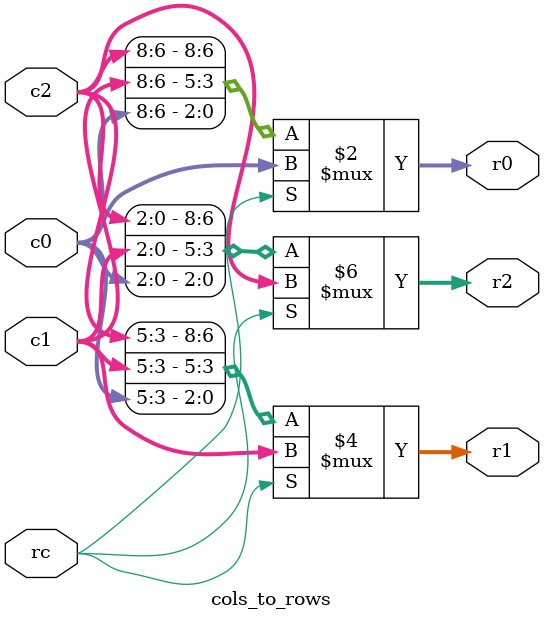
<source format=v>
module extract (input rc, input [26:0] grid, output reg [8:0] t0, output reg [8:0] t1, output reg [8:0] t2);
    always @(*) begin
        if (rc) begin
            t0 = grid[8:0];
            t1 = grid[17:9];
            t2 = grid[26:18];
        end
        else begin
            t0 = {grid[0*9+0*3 +: 3], grid[1*9+0*3 +: 3], grid[2*9+0*3 +: 3]};
            t1 = {grid[0*9+1*3 +: 3], grid[1*9+1*3 +: 3], grid[2*9+1*3 +: 3]};
            t2 = {grid[0*9+2*3 +: 3], grid[1*9+2*3 +: 3], grid[2*9+2*3 +: 3]};
        end
    end
endmodule

module cols_to_rows (input rc, input [8:0] c0, input [8:0] c1, input [8:0] c2, output wire [8:0] r0, output wire [8:0] r1, output wire [8:0] r2);
    
    assign r0 = (~rc) ? {c2[3*2 +: 3], c1[3*2 +: 3], c0[3*2 +: 3]} : c0;
    assign r1 = (~rc) ? {c2[3*1 +: 3], c1[3*1 +: 3], c0[3*1 +: 3]} : c1;
    assign r2 = (~rc) ? {c2[3*0 +: 3], c1[3*0 +: 3], c0[3*0 +: 3]} : c2;
    
endmodule
</source>
